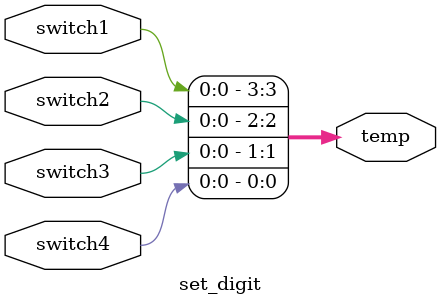
<source format=v>
module set_digit (
    input switch1, input switch2, input switch3, input switch4, 
    output reg[3:0] temp
);

always@(*) begin
    temp = {switch1, switch2, switch3, switch4};
end

endmodule

</source>
